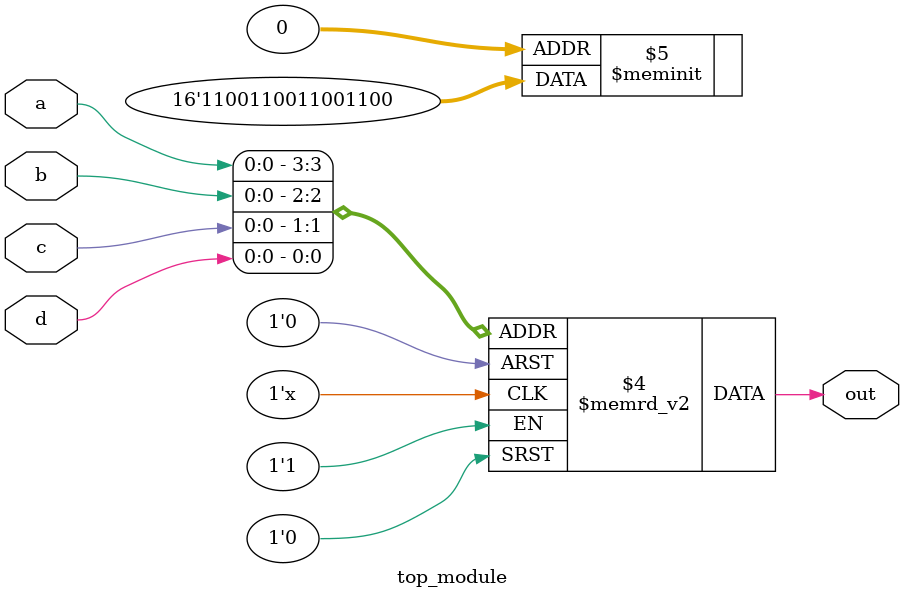
<source format=sv>
module top_module (
	input a, 
	input b,
	input c,
	input d,
	output reg out
);
	always @(*)
	begin
		case ({a, b, c, d})
			4'b0000: out = 1'b0;
			4'b0001: out = 1'b0;
			4'b0010: out = 1'b1;
			4'b0011: out = 1'b1;
			4'b0100: out = 1'b0;
			4'b0101: out = 1'b0;
			4'b0110: out = 1'b1;
			4'b0111: out = 1'b1;
			4'b1000: out = 1'b0;
			4'b1001: out = 1'b0;
			4'b1010: out = 1'b1;
			4'b1011: out = 1'b1;
			4'b1100: out = 1'b0;
			4'b1101: out = 1'b0;
			4'b1110: out = 1'b1;
			4'b1111: out = 1'b1;
		endcase
	end
endmodule

</source>
